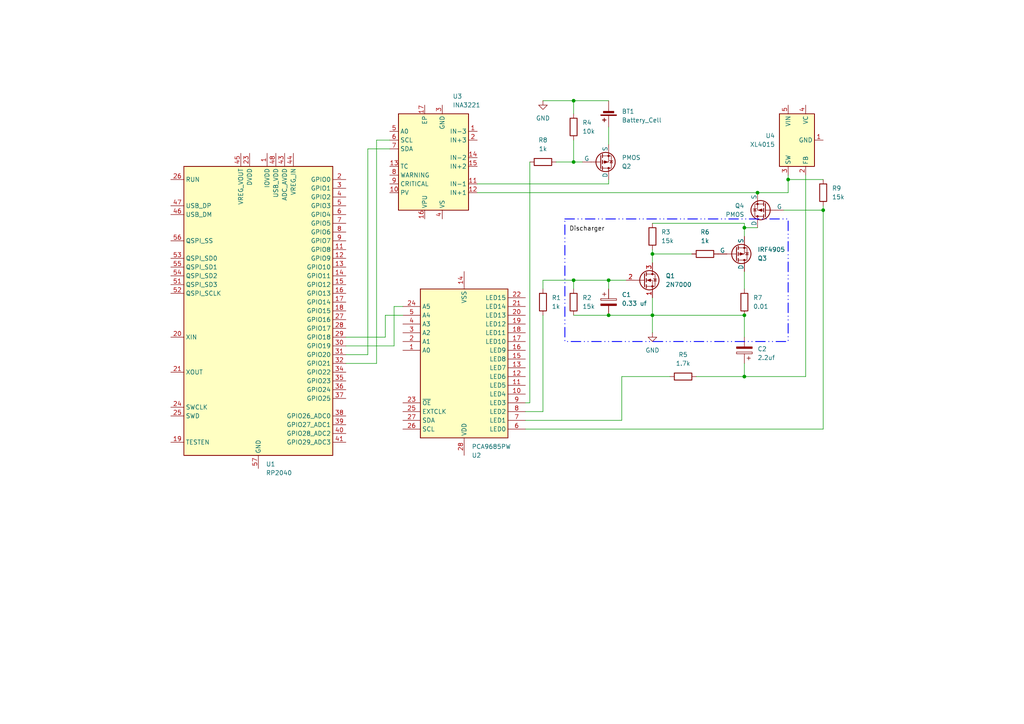
<source format=kicad_sch>
(kicad_sch (version 20250114) (generator "eeschema") (generator_version "9.0")
  (paper "A4")
  (lib_symbols
    (symbol "Device:Battery_Cell" (pin_numbers (hide yes)) (pin_names (offset 0) (hide yes))
      (property "Reference" "BT" (at 2.54 2.54 0))
      (property "Value" "Battery_Cell" (at 2.54 0 0))
      (symbol "Battery_Cell_0_1"
        (rectangle (start -2.286 1.778) (end 2.286 1.524) (fill (type outline)))
        (rectangle (start -1.524 1.016) (end 1.524 0.508) (fill (type outline)))
        (polyline (pts (xy 0 1.778) (xy 0 2.54)))
        (polyline (pts (xy 0 0.762) (xy 0 0)))
        (polyline (pts (xy 0.762 3.048) (xy 1.778 3.048)) (stroke (width 0.254)))
        (polyline (pts (xy 1.27 3.556) (xy 1.27 2.54)) (stroke (width 0.254)))
      )
      (symbol "Battery_Cell_1_1"
        (pin passive line (at 0 5.08 270) (length 2.54) (name "+") (number "1"))
        (pin passive line (at 0 -2.54 90) (length 2.54) (name "-") (number "2"))
      )
    )
    (symbol "Device:C_Polarized" (pin_numbers (hide yes)) (pin_names (offset 0.254))
      (property "Reference" "C" (at 0.635 2.54 0))
      (property "Value" "C_Polarized" (at 0.635 -2.54 0))
      (symbol "C_Polarized_0_1"
        (rectangle (start -2.286 0.508) (end 2.286 1.016))
        (polyline (pts (xy -1.778 2.286) (xy -0.762 2.286)))
        (polyline (pts (xy -1.27 2.794) (xy -1.27 1.778)))
        (rectangle (start 2.286 -0.508) (end -2.286 -1.016) (fill (type outline)))
      )
      (symbol "C_Polarized_1_1"
        (pin passive line (at 0 3.81 270) (length 2.794) (name "~") (number "1"))
        (pin passive line (at 0 -3.81 90) (length 2.794) (name "~") (number "2"))
      )
    )
    (symbol "Device:R" (pin_numbers (hide yes)) (pin_names (offset 0))
      (property "Reference" "R" (at 2.032 0 90))
      (property "Value" "R" (at 0 0 90))
      (symbol "R_0_1"
        (rectangle (start -1.016 -2.54) (end 1.016 2.54) (stroke (width 0.254)))
      )
      (symbol "R_1_1"
        (pin passive line (at 0 3.81 270) (length 1.27) (name "~") (number "1"))
        (pin passive line (at 0 -3.81 90) (length 1.27) (name "~") (number "2"))
      )
    )
    (symbol "Driver_LED:PCA9685PW"
      (property "Reference" "U" (at -12.7 22.225 0))
      (property "Value" "PCA9685PW" (at 1.27 22.225 0))
      (symbol "PCA9685PW_0_1"
        (rectangle (start -12.7 20.32) (end 12.7 -22.86) (stroke (width 0.254)) (fill (type background)))
      )
      (symbol "PCA9685PW_1_1"
        (pin input line (at -17.78 17.78 0) (length 5.08) (name "SCL") (number "26"))
        (pin bidirectional line (at -17.78 15.24 0) (length 5.08) (name "SDA") (number "27"))
        (pin input line (at -17.78 12.7 0) (length 5.08) (name "EXTCLK") (number "25"))
        (pin input line (at -17.78 10.16 0) (length 5.08) (name "~{OE}") (number "23"))
        (pin input line (at -17.78 -5.08 0) (length 5.08) (name "A0") (number "1"))
        (pin input line (at -17.78 -7.62 0) (length 5.08) (name "A1") (number "2"))
        (pin input line (at -17.78 -10.16 0) (length 5.08) (name "A2") (number "3"))
        (pin input line (at -17.78 -12.7 0) (length 5.08) (name "A3") (number "4"))
        (pin input line (at -17.78 -15.24 0) (length 5.08) (name "A4") (number "5"))
        (pin input line (at -17.78 -17.78 0) (length 5.08) (name "A5") (number "24"))
        (pin power_in line (at 0 25.4 270) (length 5.08) (name "VDD") (number "28"))
        (pin power_in line (at 0 -27.94 90) (length 5.08) (name "VSS") (number "14"))
        (pin output line (at 17.78 17.78 180) (length 5.08) (name "LED0") (number "6"))
        (pin output line (at 17.78 15.24 180) (length 5.08) (name "LED1") (number "7"))
        (pin output line (at 17.78 12.7 180) (length 5.08) (name "LED2") (number "8"))
        (pin output line (at 17.78 10.16 180) (length 5.08) (name "LED3") (number "9"))
        (pin output line (at 17.78 7.62 180) (length 5.08) (name "LED4") (number "10"))
        (pin output line (at 17.78 5.08 180) (length 5.08) (name "LED5") (number "11"))
        (pin output line (at 17.78 2.54 180) (length 5.08) (name "LED6") (number "12"))
        (pin output line (at 17.78 0 180) (length 5.08) (name "LED7") (number "13"))
        (pin output line (at 17.78 -2.54 180) (length 5.08) (name "LED8") (number "15"))
        (pin output line (at 17.78 -5.08 180) (length 5.08) (name "LED9") (number "16"))
        (pin output line (at 17.78 -7.62 180) (length 5.08) (name "LED10") (number "17"))
        (pin output line (at 17.78 -10.16 180) (length 5.08) (name "LED11") (number "18"))
        (pin output line (at 17.78 -12.7 180) (length 5.08) (name "LED12") (number "19"))
        (pin output line (at 17.78 -15.24 180) (length 5.08) (name "LED13") (number "20"))
        (pin output line (at 17.78 -17.78 180) (length 5.08) (name "LED14") (number "21"))
        (pin output line (at 17.78 -20.32 180) (length 5.08) (name "LED15") (number "22"))
      )
    )
    (symbol "MCU_RaspberryPi:RP2040"
      (property "Reference" "U" (at 17.78 45.72 0))
      (property "Value" "RP2040" (at 17.78 43.18 0))
      (symbol "RP2040_0_1"
        (rectangle (start -21.59 41.91) (end 21.59 -41.91) (stroke (width 0.254)) (fill (type background)))
      )
      (symbol "RP2040_1_1"
        (pin input line (at -25.4 38.1 0) (length 3.81) (name "RUN") (number "26"))
        (pin bidirectional line (at -25.4 30.48 0) (length 3.81) (name "USB_DP") (number "47"))
        (pin bidirectional line (at -25.4 27.94 0) (length 3.81) (name "USB_DM") (number "46"))
        (pin bidirectional line (at -25.4 20.32 0) (length 3.81) (name "QSPI_SS") (number "56"))
        (pin bidirectional line (at -25.4 15.24 0) (length 3.81) (name "QSPI_SD0") (number "53"))
        (pin bidirectional line (at -25.4 12.7 0) (length 3.81) (name "QSPI_SD1") (number "55"))
        (pin bidirectional line (at -25.4 10.16 0) (length 3.81) (name "QSPI_SD2") (number "54"))
        (pin bidirectional line (at -25.4 7.62 0) (length 3.81) (name "QSPI_SD3") (number "51"))
        (pin output line (at -25.4 5.08 0) (length 3.81) (name "QSPI_SCLK") (number "52"))
        (pin input line (at -25.4 -7.62 0) (length 3.81) (name "XIN") (number "20"))
        (pin passive line (at -25.4 -17.78 0) (length 3.81) (name "XOUT") (number "21"))
        (pin input line (at -25.4 -27.94 0) (length 3.81) (name "SWCLK") (number "24"))
        (pin bidirectional line (at -25.4 -30.48 0) (length 3.81) (name "SWD") (number "25"))
        (pin input line (at -25.4 -38.1 0) (length 3.81) (name "TESTEN") (number "19"))
        (pin power_out line (at -5.08 45.72 270) (length 3.81) (name "VREG_VOUT") (number "45"))
        (pin power_in line (at -2.54 45.72 270) (length 3.81) (name "DVDD") (number "23"))
        (pin passive line (at -2.54 45.72 270) (length 3.81) (hide yes) (name "DVDD") (number "50"))
        (pin power_in line (at 0 -45.72 90) (length 3.81) (name "GND") (number "57"))
        (pin power_in line (at 2.54 45.72 270) (length 3.81) (name "IOVDD") (number "1"))
        (pin passive line (at 2.54 45.72 270) (length 3.81) (hide yes) (name "IOVDD") (number "10"))
        (pin passive line (at 2.54 45.72 270) (length 3.81) (hide yes) (name "IOVDD") (number "22"))
        (pin passive line (at 2.54 45.72 270) (length 3.81) (hide yes) (name "IOVDD") (number "33"))
        (pin passive line (at 2.54 45.72 270) (length 3.81) (hide yes) (name "IOVDD") (number "42"))
        (pin passive line (at 2.54 45.72 270) (length 3.81) (hide yes) (name "IOVDD") (number "49"))
        (pin power_in line (at 5.08 45.72 270) (length 3.81) (name "USB_VDD") (number "48"))
        (pin power_in line (at 7.62 45.72 270) (length 3.81) (name "ADC_AVDD") (number "43"))
        (pin power_in line (at 10.16 45.72 270) (length 3.81) (name "VREG_IN") (number "44"))
        (pin bidirectional line (at 25.4 38.1 180) (length 3.81) (name "GPIO0") (number "2"))
        (pin bidirectional line (at 25.4 35.56 180) (length 3.81) (name "GPIO1") (number "3"))
        (pin bidirectional line (at 25.4 33.02 180) (length 3.81) (name "GPIO2") (number "4"))
        (pin bidirectional line (at 25.4 30.48 180) (length 3.81) (name "GPIO3") (number "5"))
        (pin bidirectional line (at 25.4 27.94 180) (length 3.81) (name "GPIO4") (number "6"))
        (pin bidirectional line (at 25.4 25.4 180) (length 3.81) (name "GPIO5") (number "7"))
        (pin bidirectional line (at 25.4 22.86 180) (length 3.81) (name "GPIO6") (number "8"))
        (pin bidirectional line (at 25.4 20.32 180) (length 3.81) (name "GPIO7") (number "9"))
        (pin bidirectional line (at 25.4 17.78 180) (length 3.81) (name "GPIO8") (number "11"))
        (pin bidirectional line (at 25.4 15.24 180) (length 3.81) (name "GPIO9") (number "12"))
        (pin bidirectional line (at 25.4 12.7 180) (length 3.81) (name "GPIO10") (number "13"))
        (pin bidirectional line (at 25.4 10.16 180) (length 3.81) (name "GPIO11") (number "14"))
        (pin bidirectional line (at 25.4 7.62 180) (length 3.81) (name "GPIO12") (number "15"))
        (pin bidirectional line (at 25.4 5.08 180) (length 3.81) (name "GPIO13") (number "16"))
        (pin bidirectional line (at 25.4 2.54 180) (length 3.81) (name "GPIO14") (number "17"))
        (pin bidirectional line (at 25.4 0 180) (length 3.81) (name "GPIO15") (number "18"))
        (pin bidirectional line (at 25.4 -2.54 180) (length 3.81) (name "GPIO16") (number "27"))
        (pin bidirectional line (at 25.4 -5.08 180) (length 3.81) (name "GPIO17") (number "28"))
        (pin bidirectional line (at 25.4 -7.62 180) (length 3.81) (name "GPIO18") (number "29"))
        (pin bidirectional line (at 25.4 -10.16 180) (length 3.81) (name "GPIO19") (number "30"))
        (pin bidirectional line (at 25.4 -12.7 180) (length 3.81) (name "GPIO20") (number "31"))
        (pin bidirectional line (at 25.4 -15.24 180) (length 3.81) (name "GPIO21") (number "32"))
        (pin bidirectional line (at 25.4 -17.78 180) (length 3.81) (name "GPIO22") (number "34"))
        (pin bidirectional line (at 25.4 -20.32 180) (length 3.81) (name "GPIO23") (number "35"))
        (pin bidirectional line (at 25.4 -22.86 180) (length 3.81) (name "GPIO24") (number "36"))
        (pin bidirectional line (at 25.4 -25.4 180) (length 3.81) (name "GPIO25") (number "37"))
        (pin bidirectional line (at 25.4 -30.48 180) (length 3.81) (name "GPIO26_ADC0") (number "38"))
        (pin bidirectional line (at 25.4 -33.02 180) (length 3.81) (name "GPIO27_ADC1") (number "39"))
        (pin bidirectional line (at 25.4 -35.56 180) (length 3.81) (name "GPIO28_ADC2") (number "40"))
        (pin bidirectional line (at 25.4 -38.1 180) (length 3.81) (name "GPIO29_ADC3") (number "41"))
      )
    )
    (symbol "Power_Management:INA3221"
      (property "Reference" "U" (at -10.16 17.78 0))
      (property "Value" "INA3221" (at 5.08 17.78 0))
      (symbol "INA3221_0_1"
        (rectangle (start 10.16 -12.7) (end -10.16 15.24) (stroke (width 0.254)) (fill (type background)))
      )
      (symbol "INA3221_1_1"
        (pin input line (at -12.7 10.16 0) (length 2.54) (name "IN+1") (number "12"))
        (pin input line (at -12.7 7.62 0) (length 2.54) (name "IN-1") (number "11"))
        (pin input line (at -12.7 2.54 0) (length 2.54) (name "IN+2") (number "15"))
        (pin input line (at -12.7 0 0) (length 2.54) (name "IN-2") (number "14"))
        (pin input line (at -12.7 -5.08 0) (length 2.54) (name "IN+3") (number "2"))
        (pin input line (at -12.7 -7.62 0) (length 2.54) (name "IN-3") (number "1"))
        (pin power_in line (at -2.54 17.78 270) (length 2.54) (name "VS") (number "4"))
        (pin power_in line (at -2.54 -15.24 90) (length 2.54) (name "GND") (number "3"))
        (pin power_in line (at 2.54 17.78 270) (length 2.54) (name "VPU") (number "16"))
        (pin passive line (at 2.54 -15.24 90) (length 2.54) (name "EP") (number "17"))
        (pin open_collector line (at 12.7 10.16 180) (length 2.54) (name "PV") (number "10"))
        (pin open_collector line (at 12.7 7.62 180) (length 2.54) (name "CRITICAL") (number "9"))
        (pin open_collector line (at 12.7 5.08 180) (length 2.54) (name "WARNING") (number "8"))
        (pin open_collector line (at 12.7 2.54 180) (length 2.54) (name "TC") (number "13"))
        (pin bidirectional line (at 12.7 -2.54 180) (length 2.54) (name "SDA") (number "7"))
        (pin input line (at 12.7 -5.08 180) (length 2.54) (name "SCL") (number "6"))
        (pin input line (at 12.7 -7.62 180) (length 2.54) (name "A0") (number "5"))
      )
    )
    (symbol "Regulator_Switching:XL4015"
      (property "Reference" "U?" (at -6.35 6.35 0))
      (property "Value" "XL4015" (at 6.35 6.35 0))
      (symbol "XL4015_0_1"
        (rectangle (start -7.62 5.08) (end 7.62 -5.08) (stroke (width 0.254)) (fill (type background)))
      )
      (symbol "XL4015_1_1"
        (pin power_in line (at -10.16 2.54 0) (length 2.54) (name "VIN") (number "5"))
        (pin input line (at -10.16 -2.54 0) (length 2.54) (name "VC") (number "4"))
        (pin power_in line (at 0 -7.62 90) (length 2.54) (name "GND") (number "1"))
        (pin power_out line (at 10.16 2.54 180) (length 2.54) (name "SW") (number "3"))
        (pin input line (at 10.16 -2.54 180) (length 2.54) (name "FB") (number "2"))
      )
    )
    (symbol "Simulation_SPICE:PMOS" (pin_numbers (hide yes)) (pin_names (offset 0))
      (property "Reference" "Q" (at 5.08 1.27 0))
      (property "Value" "PMOS" (at 5.08 -1.27 0))
      (symbol "PMOS_0_1"
        (polyline (pts (xy 0.254 1.905) (xy 0.254 -1.905)) (stroke (width 0.254)))
        (polyline (pts (xy 0.254 0) (xy -2.54 0)))
        (polyline (pts (xy 0.762 2.286) (xy 0.762 1.27)) (stroke (width 0.254)))
        (polyline (pts (xy 0.762 1.778) (xy 3.302 1.778) (xy 3.302 -1.778) (xy 0.762 -1.778)))
        (polyline (pts (xy 0.762 0.508) (xy 0.762 -0.508)) (stroke (width 0.254)))
        (polyline (pts (xy 0.762 -1.27) (xy 0.762 -2.286)) (stroke (width 0.254)))
        (circle (center 1.651 0) (radius 2.794) (stroke (width 0.254)))
        (polyline (pts (xy 2.286 0) (xy 1.27 0.381) (xy 1.27 -0.381) (xy 2.286 0)) (fill (type outline)))
        (polyline (pts (xy 2.54 2.54) (xy 2.54 1.778)))
        (circle (center 2.54 1.778) (radius 0.254) (fill (type outline)))
        (circle (center 2.54 -1.778) (radius 0.254) (fill (type outline)))
        (polyline (pts (xy 2.54 -2.54) (xy 2.54 0) (xy 0.762 0)))
        (polyline (pts (xy 2.794 -0.508) (xy 2.921 -0.381) (xy 3.683 -0.381) (xy 3.81 -0.254)))
        (polyline (pts (xy 3.302 -0.381) (xy 2.921 0.254) (xy 3.683 0.254) (xy 3.302 -0.381)))
      )
      (symbol "PMOS_1_1"
        (pin input line (at -5.08 0 0) (length 2.54) (name "G") (number "2"))
        (pin passive line (at 2.54 5.08 270) (length 2.54) (name "D") (number "1"))
        (pin passive line (at 2.54 -5.08 90) (length 2.54) (name "S") (number "3"))
      )
    )
    (symbol "Transistor_FET:2N7000" (pin_names (hide yes))
      (property "Reference" "Q" (at 5.08 1.905 0))
      (property "Value" "2N7000" (at 5.08 0 0))
      (symbol "2N7000_0_1"
        (polyline (pts (xy 0.254 1.905) (xy 0.254 -1.905)) (stroke (width 0.254)))
        (polyline (pts (xy 0.254 0) (xy -2.54 0)))
        (polyline (pts (xy 0.762 2.286) (xy 0.762 1.27)) (stroke (width 0.254)))
        (polyline (pts (xy 0.762 0.508) (xy 0.762 -0.508)) (stroke (width 0.254)))
        (polyline (pts (xy 0.762 -1.27) (xy 0.762 -2.286)) (stroke (width 0.254)))
        (polyline (pts (xy 0.762 -1.778) (xy 3.302 -1.778) (xy 3.302 1.778) (xy 0.762 1.778)))
        (polyline (pts (xy 1.016 0) (xy 2.032 0.381) (xy 2.032 -0.381) (xy 1.016 0)) (fill (type outline)))
        (circle (center 1.651 0) (radius 2.794) (stroke (width 0.254)))
        (polyline (pts (xy 2.54 2.54) (xy 2.54 1.778)))
        (circle (center 2.54 1.778) (radius 0.254) (fill (type outline)))
        (circle (center 2.54 -1.778) (radius 0.254) (fill (type outline)))
        (polyline (pts (xy 2.54 -2.54) (xy 2.54 0) (xy 0.762 0)))
        (polyline (pts (xy 2.794 0.508) (xy 2.921 0.381) (xy 3.683 0.381) (xy 3.81 0.254)))
        (polyline (pts (xy 3.302 0.381) (xy 2.921 -0.254) (xy 3.683 -0.254) (xy 3.302 0.381)))
      )
      (symbol "2N7000_1_1"
        (pin input line (at -5.08 0 0) (length 2.54) (name "G") (number "2"))
        (pin passive line (at 2.54 5.08 270) (length 2.54) (name "D") (number "3"))
        (pin passive line (at 2.54 -5.08 90) (length 2.54) (name "S") (number "1"))
      )
    )
    (symbol "power:GND" (power) (pin_numbers (hide yes)) (pin_names (offset 0) (hide yes))
      (property "Value" "GND" (at 0 -3.81 0))
      (symbol "GND_0_1"
        (polyline (pts (xy 0 0) (xy 0 -1.27) (xy 1.27 -1.27) (xy 0 -2.54) (xy -1.27 -1.27) (xy 0 -1.27)))
      )
      (symbol "GND_1_1"
        (pin power_in line (at 0 0 270) (length 0) (name "~") (number "1"))
      )
    )
  )
  (rectangle (start 163.83 63.5) (end 228.6 99.06) (stroke (width 0.254) (type dash_dot_dot) (color 0 0 255 1)))
  (junction (at 219.71 55.88))
  (junction (at 166.37 29.21))
  (junction (at 166.37 81.28))
  (junction (at 189.23 91.44))
  (junction (at 166.37 46.99))
  (junction (at 176.53 91.44))
  (junction (at 176.53 81.28))
  (junction (at 238.76 60.96))
  (junction (at 189.23 73.66))
  (junction (at 215.9 66.04))
  (junction (at 228.6 52.07))
  (junction (at 215.9 109.22))
  (junction (at 215.9 91.44))
  (wire (pts (xy 238.76 59.69) (xy 238.76 60.96)))
  (wire (pts (xy 100.33 97.79) (xy 111.76 97.79)))
  (wire (pts (xy 176.53 91.44) (xy 189.23 91.44)))
  (wire (pts (xy 227.33 60.96) (xy 238.76 60.96)))
  (wire (pts (xy 189.23 73.66) (xy 200.66 73.66)))
  (wire (pts (xy 166.37 29.21) (xy 176.53 29.21)))
  (wire (pts (xy 152.4 119.38) (xy 157.48 119.38)))
  (wire (pts (xy 113.03 40.64) (xy 109.22 40.64)))
  (wire (pts (xy 189.23 72.39) (xy 189.23 73.66)))
  (wire (pts (xy 228.6 55.88) (xy 219.71 55.88)))
  (wire (pts (xy 194.31 109.22) (xy 180.34 109.22)))
  (wire (pts (xy 228.6 50.8) (xy 228.6 52.07)))
  (wire (pts (xy 111.76 91.44) (xy 116.84 91.44)))
  (wire (pts (xy 161.29 46.99) (xy 166.37 46.99)))
  (wire (pts (xy 111.76 97.79) (xy 111.76 91.44)))
  (wire (pts (xy 157.48 81.28) (xy 166.37 81.28)))
  (wire (pts (xy 166.37 46.99) (xy 168.91 46.99)))
  (wire (pts (xy 114.3 88.9) (xy 116.84 88.9)))
  (wire (pts (xy 238.76 60.96) (xy 238.76 124.46)))
  (wire (pts (xy 233.68 50.8) (xy 233.68 109.22)))
  (wire (pts (xy 228.6 52.07) (xy 228.6 55.88)))
  (wire (pts (xy 157.48 29.21) (xy 166.37 29.21)))
  (wire (pts (xy 157.48 91.44) (xy 157.48 119.38)))
  (wire (pts (xy 106.68 43.18) (xy 113.03 43.18)))
  (wire (pts (xy 215.9 91.44) (xy 215.9 97.79)))
  (wire (pts (xy 138.43 55.88) (xy 219.71 55.88)))
  (wire (pts (xy 109.22 40.64) (xy 109.22 105.41)))
  (wire (pts (xy 176.53 53.34) (xy 176.53 52.07)))
  (wire (pts (xy 238.76 124.46) (xy 152.4 124.46)))
  (wire (pts (xy 166.37 81.28) (xy 166.37 83.82)))
  (wire (pts (xy 109.22 105.41) (xy 100.33 105.41)))
  (wire (pts (xy 215.9 109.22) (xy 201.93 109.22)))
  (wire (pts (xy 138.43 53.34) (xy 176.53 53.34)))
  (wire (pts (xy 189.23 91.44) (xy 189.23 96.52)))
  (wire (pts (xy 176.53 36.83) (xy 176.53 41.91)))
  (wire (pts (xy 189.23 73.66) (xy 189.23 76.2)))
  (wire (pts (xy 189.23 64.77) (xy 215.9 64.77)))
  (wire (pts (xy 166.37 81.28) (xy 176.53 81.28)))
  (wire (pts (xy 215.9 105.41) (xy 215.9 109.22)))
  (wire (pts (xy 100.33 102.87) (xy 106.68 102.87)))
  (wire (pts (xy 166.37 91.44) (xy 176.53 91.44)))
  (wire (pts (xy 189.23 86.36) (xy 189.23 91.44)))
  (wire (pts (xy 215.9 78.74) (xy 215.9 83.82)))
  (wire (pts (xy 106.68 102.87) (xy 106.68 43.18)))
  (wire (pts (xy 215.9 66.04) (xy 215.9 64.77)))
  (wire (pts (xy 166.37 33.02) (xy 166.37 29.21)))
  (wire (pts (xy 228.6 52.07) (xy 238.76 52.07)))
  (wire (pts (xy 176.53 81.28) (xy 181.61 81.28)))
  (wire (pts (xy 189.23 91.44) (xy 215.9 91.44)))
  (wire (pts (xy 114.3 100.33) (xy 100.33 100.33)))
  (wire (pts (xy 215.9 68.58) (xy 215.9 66.04)))
  (wire (pts (xy 233.68 109.22) (xy 215.9 109.22)))
  (wire (pts (xy 215.9 66.04) (xy 219.71 66.04)))
  (wire (pts (xy 114.3 88.9) (xy 114.3 100.33)))
  (wire (pts (xy 166.37 40.64) (xy 166.37 46.99)))
  (wire (pts (xy 153.67 46.99) (xy 153.67 116.84)))
  (wire (pts (xy 157.48 83.82) (xy 157.48 81.28)))
  (wire (pts (xy 176.53 81.28) (xy 176.53 83.82)))
  (wire (pts (xy 180.34 121.92) (xy 152.4 121.92)))
  (wire (pts (xy 180.34 109.22) (xy 180.34 121.92)))
  (wire (pts (xy 152.4 116.84) (xy 153.67 116.84)))
  (label "Discharger" (at 165.1 67.31 0))
  (symbol (lib_id "Device:R") (at 238.76 55.88 0) (unit 1)
    (property "Reference" "R9" (at 241.3 54.6099 0) (effects (justify left)))
    (property "Value" "15k" (at 241.3 57.1499 0) (effects (justify left)))
    (property "Description" "Resistor" (effects (hide yes)))
  )
  (symbol (lib_id "Device:R") (at 189.23 68.58 0) (unit 1)
    (property "Reference" "R3" (at 191.77 67.3099 0) (effects (justify left)))
    (property "Value" "15k" (at 191.77 69.8499 0) (effects (justify left)))
    (property "Description" "Resistor" (effects (hide yes)))
  )
  (symbol (lib_id "Simulation_SPICE:PMOS") (at 213.36 73.66 0) (mirror x) (unit 1)
    (property "Reference" "Q3" (at 219.71 74.9301 0) (effects (justify left)))
    (property "Value" "IRF4905" (at 219.71 72.3901 0) (effects (justify left)))
    (property "Datasheet" "https://ngspice.sourceforge.io/docs/ngspice-html-manual/manual.xhtml#cha_MOSFETs" (effects (hide yes)))
    (property "Description" "P-MOSFET transistor, drain/source/gate" (effects (hide yes)))
    (property "Sim.Device" "PMOS" (effects (hide yes)))
    (property "Sim.Type" "VDMOS" (effects (hide yes)))
    (property "Sim.Pins" "1=D 2=G 3=S" (effects (hide yes)))
  )
  (symbol (lib_id "MCU_RaspberryPi:RP2040") (at 74.93 90.17 0) (unit 1)
    (property "Reference" "U1" (at 77.1241 134.62 0) (effects (justify left)))
    (property "Value" "RP2040" (at 77.1241 137.16 0) (effects (justify left)))
    (property "Footprint" "Package_DFN_QFN:QFN-56-1EP_7x7mm_P0.4mm_EP3.2x3.2mm" (effects (hide yes)))
    (property "Datasheet" "https://datasheets.raspberrypi.com/rp2040/rp2040-datasheet.pdf" (effects (hide yes)))
    (property "Description" "A microcontroller by Raspberry Pi" (effects (hide yes)))
  )
  (symbol (lib_id "Device:R") (at 157.48 87.63 180) (unit 1)
    (property "Reference" "R1" (at 160.02 86.3599 0) (effects (justify right)))
    (property "Value" "1k" (at 160.02 88.8999 0) (effects (justify right)))
    (property "Description" "Resistor" (effects (hide yes)))
  )
  (symbol (lib_id "Transistor_FET:2N7000") (at 186.69 81.28 0) (unit 1)
    (property "Reference" "Q1" (at 193.04 80.0099 0) (effects (justify left)))
    (property "Value" "2N7000" (at 193.04 82.5499 0) (effects (justify left)))
    (property "Footprint" "Package_TO_SOT_THT:TO-92_Inline" (effects (hide yes)))
    (property "Datasheet" "https://www.vishay.com/docs/70226/70226.pdf" (effects (hide yes)))
    (property "Description" "0.2A Id, 200V Vds, N-Channel MOSFET, 2.6V Logic Level, TO-92" (effects (hide yes)))
  )
  (symbol (lib_id "power:GND") (at 157.48 29.21 0) (unit 1)
    (property "Reference" "#PWR01" (effects (hide yes)))
    (property "Value" "GND" (at 157.48 34.29 0))
    (property "Description" "Power symbol creates a global label with name \"GND\" , ground" (effects (hide yes)))
  )
  (symbol (lib_id "Device:C_Polarized") (at 215.9 101.6 180) (unit 1)
    (property "Reference" "C2" (at 219.71 101.2189 0) (effects (justify right)))
    (property "Value" "2.2uf" (at 219.71 103.7589 0) (effects (justify right)))
    (property "Description" "Polarized capacitor" (effects (hide yes)))
  )
  (symbol (lib_id "Driver_LED:PCA9685PW") (at 134.62 106.68 0) (mirror x) (unit 1)
    (property "Reference" "U2" (at 136.8141 132.08 0) (effects (justify left)))
    (property "Value" "PCA9685PW" (at 136.8141 129.54 0) (effects (justify left)))
    (property "Footprint" "Package_SO:TSSOP-28_4.4x9.7mm_P0.65mm" (effects (hide yes)))
    (property "Datasheet" "http://www.nxp.com/docs/en/data-sheet/PCA9685.pdf" (effects (hide yes)))
    (property "Description" "16-channel 12-bit PWM Fm+ I2C-bus LED controller RGBA TSSOP" (effects (hide yes)))
  )
  (symbol (lib_id "Device:R") (at 166.37 87.63 0) (unit 1)
    (property "Reference" "R2" (at 168.91 86.3599 0) (effects (justify left)))
    (property "Value" "15k" (at 168.91 88.8999 0) (effects (justify left)))
    (property "Description" "Resistor" (effects (hide yes)))
  )
  (symbol (lib_id "Device:R") (at 198.12 109.22 90) (unit 1)
    (property "Reference" "R5" (at 198.12 102.87 90))
    (property "Value" "1.7k" (at 198.12 105.41 90))
    (property "Description" "Resistor" (effects (hide yes)))
  )
  (symbol (lib_id "Power_Management:INA3221") (at 125.73 45.72 180) (unit 1)
    (property "Reference" "U3" (at 131.2865 27.94 0) (effects (justify right)))
    (property "Value" "INA3221" (at 131.2865 30.48 0) (effects (justify right)))
    (property "Footprint" "Package_DFN_QFN:Texas_RGV0016A_VQFN-16-1EP_4x4mm_P0.65mm_EP2.1x2.1mm" (effects (hide yes)))
    (property "Datasheet" "http://www.ti.com/lit/ds/symlink/ina3221.pdf" (effects (hide yes)))
    (property "Description" "Triple-Channel High-Side Shunt and Bus Voltage Monitor with I2C and SMBUS Compatible Interface, QFN-16" (effects (hide yes)))
  )
  (symbol (lib_id "Device:R") (at 204.47 73.66 90) (unit 1)
    (property "Reference" "R6" (at 204.47 67.31 90))
    (property "Value" "1k" (at 204.47 69.85 90))
    (property "Description" "Resistor" (effects (hide yes)))
  )
  (symbol (lib_id "Simulation_SPICE:PMOS") (at 222.25 60.96 180) (unit 1)
    (property "Reference" "Q4" (at 215.9 59.6899 0) (effects (justify left)))
    (property "Value" "PMOS" (at 215.9 62.2299 0) (effects (justify left)))
    (property "Datasheet" "https://ngspice.sourceforge.io/docs/ngspice-html-manual/manual.xhtml#cha_MOSFETs" (effects (hide yes)))
    (property "Description" "P-MOSFET transistor, drain/source/gate" (effects (hide yes)))
    (property "Sim.Device" "PMOS" (effects (hide yes)))
    (property "Sim.Type" "VDMOS" (effects (hide yes)))
    (property "Sim.Pins" "1=D 2=G 3=S" (effects (hide yes)))
  )
  (symbol (lib_id "Device:R") (at 166.37 36.83 0) (unit 1)
    (property "Reference" "R4" (at 168.91 35.5599 0) (effects (justify left)))
    (property "Value" "10k" (at 168.91 38.0999 0) (effects (justify left)))
    (property "Description" "Resistor" (effects (hide yes)))
  )
  (symbol (lib_id "Device:R") (at 157.48 46.99 90) (unit 1)
    (property "Reference" "R8" (at 157.48 40.64 90))
    (property "Value" "1k" (at 157.48 43.18 90))
    (property "Description" "Resistor" (effects (hide yes)))
  )
  (symbol (lib_id "Device:C_Polarized") (at 176.53 87.63 0) (unit 1)
    (property "Reference" "C1" (at 180.34 85.4709 0) (effects (justify left)))
    (property "Value" "0.33 uf" (at 180.34 88.0109 0) (effects (justify left)))
    (property "Description" "Polarized capacitor" (effects (hide yes)))
  )
  (symbol (lib_id "power:GND") (at 189.23 96.52 0) (unit 1)
    (property "Reference" "#PWR02" (effects (hide yes)))
    (property "Value" "GND" (at 189.23 101.6 0))
    (property "Description" "Power symbol creates a global label with name \"GND\" , ground" (effects (hide yes)))
  )
  (symbol (lib_id "Regulator_Switching:XL4015") (at 231.14 40.64 90) (mirror x) (unit 1)
    (property "Reference" "U4" (at 224.79 39.3699 90) (effects (justify left)))
    (property "Value" "XL4015" (at 224.79 41.9099 90) (effects (justify left)))
    (property "Footprint" "Package_TO_SOT_SMD:TO-263-5_TabPin3" (effects (hide yes)))
    (property "Datasheet" "http://www.xlsemi.net/datasheet/XL4015%20datasheet-English.pdf" (effects (hide yes)))
    (property "Description" "5A 180kHz 36V Buck DC to DC Converter" (effects (hide yes)))
  )
  (symbol (lib_id "Device:Battery_Cell") (at 176.53 31.75 180) (unit 1)
    (property "Reference" "BT1" (at 180.34 32.3214 0) (effects (justify right)))
    (property "Value" "Battery_Cell" (at 180.34 34.8614 0) (effects (justify right)))
    (property "Description" "Single-cell battery" (effects (hide yes)))
  )
  (symbol (lib_id "Device:R") (at 215.9 87.63 0) (unit 1)
    (property "Reference" "R7" (at 218.44 86.3599 0) (effects (justify left)))
    (property "Value" "0.01" (at 218.44 88.8999 0) (effects (justify left)))
    (property "Description" "Resistor" (effects (hide yes)))
  )
  (symbol (lib_id "Simulation_SPICE:PMOS") (at 173.99 46.99 0) (mirror x) (unit 1)
    (property "Reference" "Q2" (at 180.34 48.2601 0) (effects (justify left)))
    (property "Value" "PMOS" (at 180.34 45.7201 0) (effects (justify left)))
    (property "Datasheet" "https://ngspice.sourceforge.io/docs/ngspice-html-manual/manual.xhtml#cha_MOSFETs" (effects (hide yes)))
    (property "Description" "P-MOSFET transistor, drain/source/gate" (effects (hide yes)))
    (property "Sim.Device" "PMOS" (effects (hide yes)))
    (property "Sim.Type" "VDMOS" (effects (hide yes)))
    (property "Sim.Pins" "1=D 2=G 3=S" (effects (hide yes)))
  )
)
</source>
